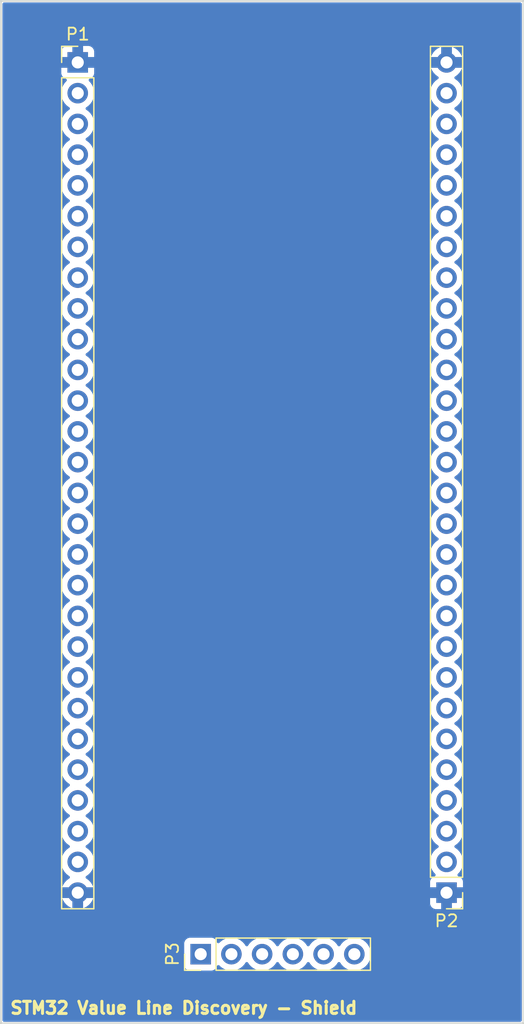
<source format=kicad_pcb>
(kicad_pcb (version 20221018) (generator pcbnew)
  (title_block (title "STM32 Value Line Discovery - Shiled board") (rev "1.0"))
  (layers (0 "F.Cu" signal) (31 "B.Cu" signal) (34 "B.Paste" user) (35 "F.Paste" user) (36 "B.SilkS" user "B.Silkscreen") (37 "F.SilkS" user "F.Silkscreen") (38 "B.Mask" user) (39 "F.Mask" user) (44 "Edge.Cuts" user))
  (net 0 "")
  (net 1 "GND")
  (net 2 "/PB10")
  (net 3 "/PB11")
  (net 4 "/PB12")
  (net 5 "/PB13")
  (net 6 "/PB14")
  (net 7 "/PB15")
  (net 8 "Net-(P1-Pad2)")
  (net 9 "+3V3")
  (net 10 "/VBAT")
  (net 11 "/PC13")
  (net 12 "/PC14")
  (net 13 "/PC15")
  (net 14 "/PD0")
  (net 15 "/PD1")
  (net 16 "/RST")
  (net 17 "/PC0")
  (net 18 "/PC1")
  (net 19 "/PC2")
  (net 20 "/PC3")
  (net 21 "/PA0")
  (net 22 "/PA1")
  (net 23 "/PA2")
  (net 24 "/PA3")
  (net 25 "/PA4")
  (net 26 "/PA5")
  (net 27 "/PA6")
  (net 28 "/PA7")
  (net 29 "/PC4")
  (net 30 "/PC5")
  (net 31 "/PB0")
  (net 32 "/PB1")
  (net 33 "/PB2")
  (net 34 "Net-(P2-Pad27)")
  (net 35 "+5V")
  (net 36 "/PB9")
  (net 37 "/PB8")
  (net 38 "/BOOT")
  (net 39 "/PB7")
  (net 40 "/PB6")
  (net 41 "/PB5")
  (net 42 "/PB4")
  (net 43 "/PB3")
  (net 44 "/PD2")
  (net 45 "/PC12")
  (net 46 "/PC11")
  (net 47 "/PC10")
  (net 48 "/PA15")
  (net 49 "/PA14")
  (net 50 "/PA13")
  (net 51 "/PA12")
  (net 52 "/PA11")
  (net 53 "/PA10")
  (net 54 "/PA9")
  (net 55 "/PA8")
  (net 56 "/PC9")
  (net 57 "/PC8")
  (net 58 "/PC7")
  (net 59 "/PC6")
  (footprint "Connector_PinHeader_2.54mm:PinHeader_1x28_P2.54mm_Vertical" (layer "F.Cu") (at 39.37 39.37)
    (fp_text reference "P1" (at 0 -2.33) (layer "F.SilkS"))
    (fp_text value "CONN28")
    (fp_line (start -1.33 -1.33) (end 0 -1.33) (stroke (width 0.12)) (layer "F.SilkS"))
    (fp_line (start -1.33 0) (end -1.33 -1.33) (stroke (width 0.12)) (layer "F.SilkS"))
    (fp_line (start -1.33 1.27) (end -1.33 69.91) (stroke (width 0.12)) (layer "F.SilkS"))
    (fp_line (start -1.33 1.27) (end 1.33 1.27) (stroke (width 0.12)) (layer "F.SilkS"))
    (fp_line (start -1.33 69.91) (end 1.33 69.91) (stroke (width 0.12)) (layer "F.SilkS"))
    (fp_line (start 1.33 1.27) (end 1.33 69.91) (stroke (width 0.12)) (layer "F.SilkS"))
    (pad "1" thru_hole rect locked (at 0 0) (size 1.7 1.7) (drill 1) (layers "*.Cu" "*.Mask") (net 1 "GND"))
    (pad "2" thru_hole oval locked (at 0 2.54) (size 1.7 1.7) (drill 1) (layers "*.Cu" "*.Mask") (net 8 "Net-(P1-Pad2)"))
    (pad "3" thru_hole oval locked (at 0 5.08) (size 1.7 1.7) (drill 1) (layers "*.Cu" "*.Mask") (net 9 "+3V3"))
    (pad "4" thru_hole oval locked (at 0 7.62) (size 1.7 1.7) (drill 1) (layers "*.Cu" "*.Mask") (net 10 "/VBAT"))
    (pad "5" thru_hole oval locked (at 0 10.16) (size 1.7 1.7) (drill 1) (layers "*.Cu" "*.Mask") (net 11 "/PC13"))
    (pad "6" thru_hole oval locked (at 0 12.7) (size 1.7 1.7) (drill 1) (layers "*.Cu" "*.Mask") (net 12 "/PC14"))
    (pad "7" thru_hole oval locked (at 0 15.24) (size 1.7 1.7) (drill 1) (layers "*.Cu" "*.Mask") (net 13 "/PC15"))
    (pad "8" thru_hole oval locked (at 0 17.78) (size 1.7 1.7) (drill 1) (layers "*.Cu" "*.Mask") (net 14 "/PD0"))
    (pad "9" thru_hole oval locked (at 0 20.32) (size 1.7 1.7) (drill 1) (layers "*.Cu" "*.Mask") (net 15 "/PD1"))
    (pad "10" thru_hole oval locked (at 0 22.86) (size 1.7 1.7) (drill 1) (layers "*.Cu" "*.Mask") (net 16 "/RST"))
    (pad "11" thru_hole oval locked (at 0 25.4) (size 1.7 1.7) (drill 1) (layers "*.Cu" "*.Mask") (net 17 "/PC0"))
    (pad "12" thru_hole oval locked (at 0 27.94) (size 1.7 1.7) (drill 1) (layers "*.Cu" "*.Mask") (net 18 "/PC1"))
    (pad "13" thru_hole oval locked (at 0 30.48) (size 1.7 1.7) (drill 1) (layers "*.Cu" "*.Mask") (net 19 "/PC2"))
    (pad "14" thru_hole oval locked (at 0 33.02) (size 1.7 1.7) (drill 1) (layers "*.Cu" "*.Mask") (net 20 "/PC3"))
    (pad "15" thru_hole oval locked (at 0 35.56) (size 1.7 1.7) (drill 1) (layers "*.Cu" "*.Mask") (net 21 "/PA0"))
    (pad "16" thru_hole oval locked (at 0 38.1) (size 1.7 1.7) (drill 1) (layers "*.Cu" "*.Mask") (net 22 "/PA1"))
    (pad "17" thru_hole oval locked (at 0 40.64) (size 1.7 1.7) (drill 1) (layers "*.Cu" "*.Mask") (net 23 "/PA2"))
    (pad "18" thru_hole oval locked (at 0 43.18) (size 1.7 1.7) (drill 1) (layers "*.Cu" "*.Mask") (net 24 "/PA3"))
    (pad "19" thru_hole oval locked (at 0 45.72) (size 1.7 1.7) (drill 1) (layers "*.Cu" "*.Mask") (net 25 "/PA4"))
    (pad "20" thru_hole oval locked (at 0 48.26) (size 1.7 1.7) (drill 1) (layers "*.Cu" "*.Mask") (net 26 "/PA5"))
    (pad "21" thru_hole oval locked (at 0 50.8) (size 1.7 1.7) (drill 1) (layers "*.Cu" "*.Mask") (net 27 "/PA6"))
    (pad "22" thru_hole oval locked (at 0 53.34) (size 1.7 1.7) (drill 1) (layers "*.Cu" "*.Mask") (net 28 "/PA7"))
    (pad "23" thru_hole oval locked (at 0 55.88) (size 1.7 1.7) (drill 1) (layers "*.Cu" "*.Mask") (net 29 "/PC4"))
    (pad "24" thru_hole oval locked (at 0 58.42) (size 1.7 1.7) (drill 1) (layers "*.Cu" "*.Mask") (net 30 "/PC5"))
    (pad "25" thru_hole oval locked (at 0 60.96) (size 1.7 1.7) (drill 1) (layers "*.Cu" "*.Mask") (net 31 "/PB0"))
    (pad "26" thru_hole oval locked (at 0 63.5) (size 1.7 1.7) (drill 1) (layers "*.Cu" "*.Mask") (net 32 "/PB1"))
    (pad "27" thru_hole oval locked (at 0 66.04) (size 1.7 1.7) (drill 1) (layers "*.Cu" "*.Mask") (net 33 "/PB2"))
    (pad "28" thru_hole oval locked (at 0 68.58) (size 1.7 1.7) (drill 1) (layers "*.Cu" "*.Mask") (net 1 "GND"))
  )
  (footprint "Connector_PinHeader_2.54mm:PinHeader_1x28_P2.54mm_Vertical" (layer "F.Cu") (at 69.85 107.95 180)
    (fp_text reference "P2" (at 0 -2.33 180) (layer "F.SilkS"))
    (fp_text value "CONN28")
    (fp_line (start -1.33 -1.33) (end 0 -1.33) (stroke (width 0.12)) (layer "F.SilkS"))
    (fp_line (start -1.33 0) (end -1.33 -1.33) (stroke (width 0.12)) (layer "F.SilkS"))
    (fp_line (start -1.33 1.27) (end -1.33 69.91) (stroke (width 0.12)) (layer "F.SilkS"))
    (fp_line (start -1.33 1.27) (end 1.33 1.27) (stroke (width 0.12)) (layer "F.SilkS"))
    (fp_line (start -1.33 69.91) (end 1.33 69.91) (stroke (width 0.12)) (layer "F.SilkS"))
    (fp_line (start 1.33 1.27) (end 1.33 69.91) (stroke (width 0.12)) (layer "F.SilkS"))
    (pad "1" thru_hole rect locked (at 0 0 180) (size 1.7 1.7) (drill 1) (layers "*.Cu" "*.Mask") (net 1 "GND"))
    (pad "2" thru_hole oval locked (at 0 2.54 180) (size 1.7 1.7) (drill 1) (layers "*.Cu" "*.Mask") (net 59 "/PC6"))
    (pad "3" thru_hole oval locked (at 0 5.08 180) (size 1.7 1.7) (drill 1) (layers "*.Cu" "*.Mask") (net 58 "/PC7"))
    (pad "4" thru_hole oval locked (at 0 7.62 180) (size 1.7 1.7) (drill 1) (layers "*.Cu" "*.Mask") (net 57 "/PC8"))
    (pad "5" thru_hole oval locked (at 0 10.16 180) (size 1.7 1.7) (drill 1) (layers "*.Cu" "*.Mask") (net 56 "/PC9"))
    (pad "6" thru_hole oval locked (at 0 12.7 180) (size 1.7 1.7) (drill 1) (layers "*.Cu" "*.Mask") (net 55 "/PA8"))
    (pad "7" thru_hole oval locked (at 0 15.24 180) (size 1.7 1.7) (drill 1) (layers "*.Cu" "*.Mask") (net 54 "/PA9"))
    (pad "8" thru_hole oval locked (at 0 17.78 180) (size 1.7 1.7) (drill 1) (layers "*.Cu" "*.Mask") (net 53 "/PA10"))
    (pad "9" thru_hole oval locked (at 0 20.32 180) (size 1.7 1.7) (drill 1) (layers "*.Cu" "*.Mask") (net 52 "/PA11"))
    (pad "10" thru_hole oval locked (at 0 22.86 180) (size 1.7 1.7) (drill 1) (layers "*.Cu" "*.Mask") (net 51 "/PA12"))
    (pad "11" thru_hole oval locked (at 0 25.4 180) (size 1.7 1.7) (drill 1) (layers "*.Cu" "*.Mask") (net 50 "/PA13"))
    (pad "12" thru_hole oval locked (at 0 27.94 180) (size 1.7 1.7) (drill 1) (layers "*.Cu" "*.Mask") (net 49 "/PA14"))
    (pad "13" thru_hole oval locked (at 0 30.48 180) (size 1.7 1.7) (drill 1) (layers "*.Cu" "*.Mask") (net 48 "/PA15"))
    (pad "14" thru_hole oval locked (at 0 33.02 180) (size 1.7 1.7) (drill 1) (layers "*.Cu" "*.Mask") (net 47 "/PC10"))
    (pad "15" thru_hole oval locked (at 0 35.56 180) (size 1.7 1.7) (drill 1) (layers "*.Cu" "*.Mask") (net 46 "/PC11"))
    (pad "16" thru_hole oval locked (at 0 38.1 180) (size 1.7 1.7) (drill 1) (layers "*.Cu" "*.Mask") (net 45 "/PC12"))
    (pad "17" thru_hole oval locked (at 0 40.64 180) (size 1.7 1.7) (drill 1) (layers "*.Cu" "*.Mask") (net 44 "/PD2"))
    (pad "18" thru_hole oval locked (at 0 43.18 180) (size 1.7 1.7) (drill 1) (layers "*.Cu" "*.Mask") (net 43 "/PB3"))
    (pad "19" thru_hole oval locked (at 0 45.72 180) (size 1.7 1.7) (drill 1) (layers "*.Cu" "*.Mask") (net 42 "/PB4"))
    (pad "20" thru_hole oval locked (at 0 48.26 180) (size 1.7 1.7) (drill 1) (layers "*.Cu" "*.Mask") (net 41 "/PB5"))
    (pad "21" thru_hole oval locked (at 0 50.8 180) (size 1.7 1.7) (drill 1) (layers "*.Cu" "*.Mask") (net 40 "/PB6"))
    (pad "22" thru_hole oval locked (at 0 53.34 180) (size 1.7 1.7) (drill 1) (layers "*.Cu" "*.Mask") (net 39 "/PB7"))
    (pad "23" thru_hole oval locked (at 0 55.88 180) (size 1.7 1.7) (drill 1) (layers "*.Cu" "*.Mask") (net 38 "/BOOT"))
    (pad "24" thru_hole oval locked (at 0 58.42 180) (size 1.7 1.7) (drill 1) (layers "*.Cu" "*.Mask") (net 37 "/PB8"))
    (pad "25" thru_hole oval locked (at 0 60.96 180) (size 1.7 1.7) (drill 1) (layers "*.Cu" "*.Mask") (net 36 "/PB9"))
    (pad "26" thru_hole oval locked (at 0 63.5 180) (size 1.7 1.7) (drill 1) (layers "*.Cu" "*.Mask") (net 35 "+5V"))
    (pad "27" thru_hole oval locked (at 0 66.04 180) (size 1.7 1.7) (drill 1) (layers "*.Cu" "*.Mask") (net 34 "Net-(P2-Pad27)"))
    (pad "28" thru_hole oval locked (at 0 68.58 180) (size 1.7 1.7) (drill 1) (layers "*.Cu" "*.Mask") (net 1 "GND"))
  )
  (footprint "Connector_PinHeader_2.54mm:PinHeader_1x06_P2.54mm_Vertical" (layer "F.Cu") (at 49.53 113.03 90)
    (fp_text reference "P3" (at 0 -2.33 90) (layer "F.SilkS"))
    (fp_text value "CONN6")
    (fp_line (start -1.33 -1.33) (end 0 -1.33) (stroke (width 0.12)) (layer "F.SilkS"))
    (fp_line (start -1.33 0) (end -1.33 -1.33) (stroke (width 0.12)) (layer "F.SilkS"))
    (fp_line (start -1.33 1.27) (end -1.33 14.03) (stroke (width 0.12)) (layer "F.SilkS"))
    (fp_line (start -1.33 1.27) (end 1.33 1.27) (stroke (width 0.12)) (layer "F.SilkS"))
    (fp_line (start -1.33 14.03) (end 1.33 14.03) (stroke (width 0.12)) (layer "F.SilkS"))
    (fp_line (start 1.33 1.27) (end 1.33 14.03) (stroke (width 0.12)) (layer "F.SilkS"))
    (pad "1" thru_hole rect (at 0 0 90) (size 1.7 1.7) (drill 1) (layers "*.Cu" "*.Mask") (net 2 "/PB10"))
    (pad "2" thru_hole oval (at 0 2.54 90) (size 1.7 1.7) (drill 1) (layers "*.Cu" "*.Mask") (net 3 "/PB11"))
    (pad "3" thru_hole oval (at 0 5.08 90) (size 1.7 1.7) (drill 1) (layers "*.Cu" "*.Mask") (net 4 "/PB12"))
    (pad "4" thru_hole oval (at 0 7.62 90) (size 1.7 1.7) (drill 1) (layers "*.Cu" "*.Mask") (net 5 "/PB13"))
    (pad "5" thru_hole oval (at 0 10.16 90) (size 1.7 1.7) (drill 1) (layers "*.Cu" "*.Mask") (net 6 "/PB14"))
    (pad "6" thru_hole oval (at 0 12.7 90) (size 1.7 1.7) (drill 1) (layers "*.Cu" "*.Mask") (net 7 "/PB15"))
  )
  (gr_line (start 33.02 34.29) (end 33.02 118.745) (stroke (width 0.14986)) (layer "Edge.Cuts"))
  (gr_line (start 76.2 118.745) (end 76.2 34.29) (stroke (width 0.14986)) (layer "Edge.Cuts"))
  (gr_line (start 76.2 118.745) (end 33.02 118.745) (stroke (width 0.14986)) (layer "Edge.Cuts"))
  (gr_line (start 33.02 34.29) (end 76.2 34.29) (stroke (width 0.14986)) (layer "Edge.Cuts"))
  (gr_text "STM32 Value Line Discovery - Shield" (at 48.133 117.475) (layer "F.SilkS") (effects (font (size 1.00076 1.00076) (thickness 0.25146))))
  (zone (net 1) (net_name "GND") (layer "B.Cu") (connect_pads (clearance 0.508)) (min_thickness 0.254) (fill yes (thermal_gap 0.508) (thermal_bridge_width 0.889))
    (polygon (pts (xy 76.073 118.618) (xy 33.147 118.618) (xy 33.147 34.417) (xy 76.073 34.417)))
  )
)
</source>
